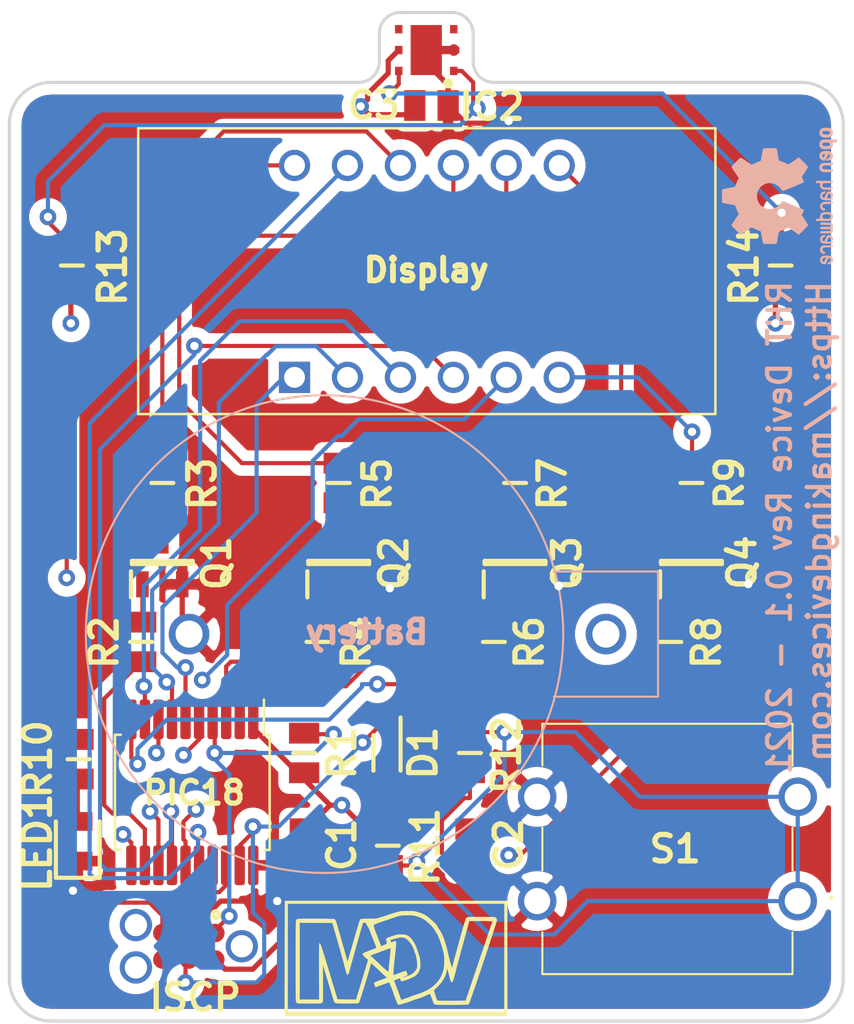
<source format=kicad_pcb>
(kicad_pcb (version 20211014) (generator pcbnew)
  (layers (0 "F.Cu" signal) (1 "In1.Cu" power) (2 "In2.Cu" power) (31 "B.Cu" signal) (34 "B.Paste" user) (35 "F.Paste" user) (36 "B.SilkS" user "B.Silkscreen") (37 "F.SilkS" user "F.Silkscreen") (38 "B.Mask" user) (39 "F.Mask" user) (44 "Edge.Cuts" user))
  (net 0 "")
  (net 1 "gnd")
  (net 2 "+3V")
  (net 3 "/B_1")
  (net 4 "Net-(IC1-Pad17)")
  (net 5 "/D_a")
  (net 6 "/D_b")
  (net 7 "/D_c")
  (net 8 "/C_1")
  (net 9 "/C_2")
  (net 10 "/C_3")
  (net 11 "/C_4")
  (net 12 "/D_dp")
  (net 13 "/D_g")
  (net 14 "/D_d")
  (net 15 "/D_e")
  (net 16 "/D_f")
  (net 17 "Net-(LED1-Pad2)")
  (net 18 "Net-(Q1-Pad3)")
  (net 19 "Net-(Q1-Pad1)")
  (net 20 "Net-(Q2-Pad3)")
  (net 21 "Net-(Q2-Pad1)")
  (net 22 "Net-(Q3-Pad3)")
  (net 23 "Net-(Q3-Pad1)")
  (net 24 "Net-(Q4-Pad3)")
  (net 25 "Net-(Q4-Pad1)")
  (net 26 "/CC_1")
  (net 27 "/CC_2")
  (net 28 "/CC_3")
  (net 29 "/CC_4")
  (net 30 "Net-(R11-Pad1)")
  (net 31 "/MCLR")
  (net 32 "Net-(J1-Pad6)")
  (net 33 "Net-(C2-Pad1)")
  (net 34 "Net-(IC2-Pad4)")
  (net 35 "Net-(IC2-Pad3)")
  (net 36 "/PGC")
  (net 37 "/I2C_DATA")
  (net 38 "/I2C_SCK")
  (footprint "Library_Loader:CAPC2012X140N" (layer "F.Cu") (at 114.93 64.843668 -90)
    (fp_text reference "C1" (at -0.043668 -1.77 90) (layer "F.SilkS") (effects (font (size 1.27 1.27) (thickness 0.254))))
    (fp_text value "100nF" hide)
    (pad "1" smd rect locked (at -0.8 0 270) (size 1.02 1.47) (layers "F.Cu" "F.Paste" "F.Mask") (net 2 "+3V"))
    (pad "2" smd rect locked (at 0.8 0 270) (size 1.02 1.47) (layers "F.Cu" "F.Paste" "F.Mask") (net 1 "gnd"))
  )
  (footprint "Library_Loader:CAPC2012X140N" (layer "F.Cu") (at 122.882 64.843668 90)
    (fp_text reference "C2" (at 0.043668 1.818 90) (layer "F.SilkS") (effects (font (size 1.27 1.27) (thickness 0.254))))
    (fp_text value "100nF" hide)
    (pad "1" smd rect locked (at -0.8 0 90) (size 1.02 1.47) (layers "F.Cu" "F.Paste" "F.Mask") (net 33 "Net-(C2-Pad1)"))
    (pad "2" smd rect locked (at 0.8 0 90) (size 1.02 1.47) (layers "F.Cu" "F.Paste" "F.Mask") (net 1 "gnd"))
  )
  (footprint "Package_SO:SSOP-20_5.3x7.2mm_P0.65mm" (layer "F.Cu") (at 109.526 62.286 -90)
    (fp_text reference "IC1" hide)
    (fp_text value "PIC18LF14K50-I_SO")
    (pad "1" smd roundrect locked (at -3.5 -2.925 270) (size 1.9 0.5) (layers "F.Cu" "F.Paste" "F.Mask") (net 2 "+3V"))
    (pad "2" smd roundrect locked (at -3.5 -2.275 270) (size 1.9 0.5) (layers "F.Cu" "F.Paste" "F.Mask") (net 10 "/C_3"))
    (pad "3" smd roundrect locked (at -3.5 -1.625 270) (size 1.9 0.5) (layers "F.Cu" "F.Paste" "F.Mask") (net 9 "/C_2"))
    (pad "4" smd roundrect locked (at -3.5 -0.975 270) (size 1.9 0.5) (layers "F.Cu" "F.Paste" "F.Mask") (net 31 "/MCLR"))
    (pad "5" smd roundrect locked (at -3.5 -0.325 270) (size 1.9 0.5) (layers "F.Cu" "F.Paste" "F.Mask") (net 16 "/D_f"))
    (pad "6" smd roundrect locked (at -3.5 0.325 270) (size 1.9 0.5) (layers "F.Cu" "F.Paste" "F.Mask") (net 15 "/D_e"))
    (pad "7" smd roundrect locked (at -3.5 0.975 270) (size 1.9 0.5) (layers "F.Cu" "F.Paste" "F.Mask") (net 14 "/D_d"))
    (pad "8" smd roundrect locked (at -3.5 1.625 270) (size 1.9 0.5) (layers "F.Cu" "F.Paste" "F.Mask") (net 13 "/D_g"))
    (pad "9" smd roundrect locked (at -3.5 2.275 270) (size 1.9 0.5) (layers "F.Cu" "F.Paste" "F.Mask") (net 12 "/D_dp"))
    (pad "10" smd roundrect locked (at -3.5 2.925 270) (size 1.9 0.5) (layers "F.Cu" "F.Paste" "F.Mask") (net 11 "/C_4"))
    (pad "11" smd roundrect locked (at 3.5 2.925 270) (size 1.9 0.5) (layers "F.Cu" "F.Paste" "F.Mask") (net 38 "/I2C_SCK"))
    (pad "12" smd roundrect locked (at 3.5 2.275 270) (size 1.9 0.5) (layers "F.Cu" "F.Paste" "F.Mask") (net 8 "/C_1"))
    (pad "13" smd roundrect locked (at 3.5 1.625 270) (size 1.9 0.5) (layers "F.Cu" "F.Paste" "F.Mask") (net 37 "/I2C_DATA"))
    (pad "14" smd roundrect locked (at 3.5 0.975 270) (size 1.9 0.5) (layers "F.Cu" "F.Paste" "F.Mask") (net 7 "/D_c"))
    (pad "15" smd roundrect locked (at 3.5 0.325 270) (size 1.9 0.5) (layers "F.Cu" "F.Paste" "F.Mask") (net 6 "/D_b"))
    (pad "16" smd roundrect locked (at 3.5 -0.325 270) (size 1.9 0.5) (layers "F.Cu" "F.Paste" "F.Mask") (net 5 "/D_a"))
    (pad "17" smd roundrect locked (at 3.5 -0.975 270) (size 1.9 0.5) (layers "F.Cu" "F.Paste" "F.Mask") (net 4 "Net-(IC1-Pad17)"))
    (pad "18" smd roundrect locked (at 3.5 -1.625 270) (size 1.9 0.5) (layers "F.Cu" "F.Paste" "F.Mask") (net 36 "/PGC"))
    (pad "19" smd roundrect locked (at 3.5 -2.275 270) (size 1.9 0.5) (layers "F.Cu" "F.Paste" "F.Mask") (net 3 "/B_1"))
    (pad "20" smd roundrect locked (at 3.5 -2.925 270) (size 1.9 0.5) (layers "F.Cu" "F.Paste" "F.Mask") (net 1 "gnd"))
  )
  (footprint "Library_Loader:LEDC2012X90N" (layer "F.Cu") (at 104.032 64.632 90)
    (fp_text reference "LED1" (at -0.068 -1.932 90) (layer "F.SilkS") (effects (font (size 1.27 1.27) (thickness 0.254))))
    (fp_text value "LTST-C171GKT" hide)
    (pad "1" smd rect locked (at -0.95 0 90) (size 0.9 1.4) (layers "F.Cu" "F.Paste" "F.Mask") (net 1 "gnd"))
    (pad "2" smd rect locked (at 0.95 0 90) (size 0.9 1.4) (layers "F.Cu" "F.Paste" "F.Mask") (net 17 "Net-(LED1-Pad2)"))
  )
  (footprint "Library_Loader:SOT96P237X111-3N" (layer "F.Cu") (at 108.088 51.264 90)
    (fp_text reference "Q1" (at -0.036 2.612 90) (layer "F.SilkS") (effects (font (size 1.27 1.27) (thickness 0.254))))
    (fp_text value "SMMBT5551LT1G" hide)
    (pad "1" smd rect locked (at -1.05 -0.955 180) (size 0.6 1.25) (layers "F.Cu" "F.Paste" "F.Mask") (net 19 "Net-(Q1-Pad1)"))
    (pad "2" smd rect locked (at -1.05 0.955 180) (size 0.6 1.25) (layers "F.Cu" "F.Paste" "F.Mask") (net 1 "gnd"))
    (pad "3" smd rect locked (at 1.05 0 180) (size 0.6 1.25) (layers "F.Cu" "F.Paste" "F.Mask") (net 18 "Net-(Q1-Pad3)"))
  )
  (footprint "Library_Loader:SOT96P237X111-3N" (layer "F.Cu") (at 116.549333 51.264 90)
    (fp_text reference "Q2" (at -0.036 2.650667 90) (layer "F.SilkS") (effects (font (size 1.27 1.27) (thickness 0.254))))
    (fp_text value "SMMBT5551LT1G" hide)
    (pad "1" smd rect locked (at -1.05 -0.955 180) (size 0.6 1.25) (layers "F.Cu" "F.Paste" "F.Mask") (net 21 "Net-(Q2-Pad1)"))
    (pad "2" smd rect locked (at -1.05 0.955 180) (size 0.6 1.25) (layers "F.Cu" "F.Paste" "F.Mask") (net 1 "gnd"))
    (pad "3" smd rect locked (at 1.05 0 180) (size 0.6 1.25) (layers "F.Cu" "F.Paste" "F.Mask") (net 20 "Net-(Q2-Pad3)"))
  )
  (footprint "Library_Loader:SOT96P237X111-3N" (layer "F.Cu") (at 125.010666 51.264 90)
    (fp_text reference "Q3" (at -0.036 2.489334 90) (layer "F.SilkS") (effects (font (size 1.27 1.27) (thickness 0.254))))
    (fp_text value "SMMBT5551LT1G" hide)
    (pad "1" smd rect locked (at -1.05 -0.955 180) (size 0.6 1.25) (layers "F.Cu" "F.Paste" "F.Mask") (net 23 "Net-(Q3-Pad1)"))
    (pad "2" smd rect locked (at -1.05 0.955 180) (size 0.6 1.25) (layers "F.Cu" "F.Paste" "F.Mask") (net 1 "gnd"))
    (pad "3" smd rect locked (at 1.05 0 180) (size 0.6 1.25) (layers "F.Cu" "F.Paste" "F.Mask") (net 22 "Net-(Q3-Pad3)"))
  )
  (footprint "Library_Loader:SOT96P237X111-3N" (layer "F.Cu") (at 133.472 51.264 90)
    (fp_text reference "Q4" (at 0 2.428 90) (layer "F.SilkS") (effects (font (size 1.27 1.27) (thickness 0.254))))
    (fp_text value "SMMBT5551LT1G" hide)
    (pad "1" smd rect locked (at -1.05 -0.955 180) (size 0.6 1.25) (layers "F.Cu" "F.Paste" "F.Mask") (net 25 "Net-(Q4-Pad1)"))
    (pad "2" smd rect locked (at -1.05 0.955 180) (size 0.6 1.25) (layers "F.Cu" "F.Paste" "F.Mask") (net 1 "gnd"))
    (pad "3" smd rect locked (at 1.05 0 180) (size 0.6 1.25) (layers "F.Cu" "F.Paste" "F.Mask") (net 24 "Net-(Q4-Pad3)"))
  )
  (footprint "Library_Loader:RESC2012X75N" (layer "F.Cu") (at 107.072 55.074 90)
    (fp_text reference "R2" (at -0.026 -1.772 90) (layer "F.SilkS") (effects (font (size 1.27 1.27) (thickness 0.254))))
    (fp_text value "4k7" hide)
    (pad "1" smd rect locked (at -0.95 0 90) (size 1 1.45) (layers "F.Cu" "F.Paste" "F.Mask") (net 8 "/C_1"))
    (pad "2" smd rect locked (at 0.95 0 90) (size 1 1.45) (layers "F.Cu" "F.Paste" "F.Mask") (net 19 "Net-(Q1-Pad1)"))
  )
  (footprint "Library_Loader:RESC2012X75N" (layer "F.Cu") (at 114.89 60.398 90)
    (fp_text reference "R1" (at -0.002 1.81 90) (layer "F.SilkS") (effects (font (size 1.27 1.27) (thickness 0.254))))
    (fp_text value "10k" hide)
    (pad "1" smd rect locked (at -0.95 0 90) (size 1 1.45) (layers "F.Cu" "F.Paste" "F.Mask") (net 2 "+3V"))
    (pad "2" smd rect locked (at 0.95 0 90) (size 1 1.45) (layers "F.Cu" "F.Paste" "F.Mask") (net 31 "/MCLR"))
  )
  (footprint "Library_Loader:RESC2012X75N" (layer "F.Cu") (at 104.066 60.699 -90)
    (fp_text reference "R10" (at 0.001 1.966 90) (layer "F.SilkS") (effects (font (size 1.27 1.27) (thickness 0.254))))
    (fp_text value "220" hide)
    (pad "1" smd rect locked (at -0.95 0 270) (size 1 1.45) (layers "F.Cu" "F.Paste" "F.Mask") (net 36 "/PGC"))
    (pad "2" smd rect locked (at 0.95 0 270) (size 1 1.45) (layers "F.Cu" "F.Paste" "F.Mask") (net 17 "Net-(LED1-Pad2)"))
  )
  (footprint "Library_Loader:RESC2012X75N" (layer "F.Cu") (at 108.088 47.454 90)
    (fp_text reference "R3" (at -0.046 1.912 90) (layer "F.SilkS") (effects (font (size 1.27 1.27) (thickness 0.254))))
    (fp_text value "100" hide)
    (pad "1" smd rect locked (at -0.95 0 90) (size 1 1.45) (layers "F.Cu" "F.Paste" "F.Mask") (net 18 "Net-(Q1-Pad3)"))
    (pad "2" smd rect locked (at 0.95 0 90) (size 1 1.45) (layers "F.Cu" "F.Paste" "F.Mask") (net 26 "/CC_1"))
  )
  (footprint "Library_Loader:RESC2012X75N" (layer "F.Cu") (at 115.533333 55.074 90)
    (fp_text reference "R4" (at -0.026 1.866667 90) (layer "F.SilkS") (effects (font (size 1.27 1.27) (thickness 0.254))))
    (fp_text value "4k7" hide)
    (pad "1" smd rect locked (at -0.95 0 90) (size 1 1.45) (layers "F.Cu" "F.Paste" "F.Mask") (net 9 "/C_2"))
    (pad "2" smd rect locked (at 0.95 0 90) (size 1 1.45) (layers "F.Cu" "F.Paste" "F.Mask") (net 21 "Net-(Q2-Pad1)"))
  )
  (footprint "Library_Loader:RESC2012X75N" (layer "F.Cu") (at 116.549333 47.454 90)
    (fp_text reference "R5" (at -0.046 1.850667 90) (layer "F.SilkS") (effects (font (size 1.27 1.27) (thickness 0.254))))
    (fp_text value "100" hide)
    (pad "1" smd rect locked (at -0.95 0 90) (size 1 1.45) (layers "F.Cu" "F.Paste" "F.Mask") (net 20 "Net-(Q2-Pad3)"))
    (pad "2" smd rect locked (at 0.95 0 90) (size 1 1.45) (layers "F.Cu" "F.Paste" "F.Mask") (net 27 "/CC_2"))
  )
  (footprint "Library_Loader:RESC2012X75N" (layer "F.Cu") (at 123.994666 55.074 90)
    (fp_text reference "R6" (at -0.026 1.705334 90) (layer "F.SilkS") (effects (font (size 1.27 1.27) (thickness 0.254))))
    (fp_text value "4k7" hide)
    (pad "1" smd rect locked (at -0.95 0 90) (size 1 1.45) (layers "F.Cu" "F.Paste" "F.Mask") (net 10 "/C_3"))
    (pad "2" smd rect locked (at 0.95 0 90) (size 1 1.45) (layers "F.Cu" "F.Paste" "F.Mask") (net 23 "Net-(Q3-Pad1)"))
  )
  (footprint "Library_Loader:RESC2012X75N" (layer "F.Cu") (at 125.010666 47.454 90)
    (fp_text reference "R7" (at -0.046 1.789334 90) (layer "F.SilkS") (effects (font (size 1.27 1.27) (thickness 0.254))))
    (fp_text value "100" hide)
    (pad "1" smd rect locked (at -0.95 0 90) (size 1 1.45) (layers "F.Cu" "F.Paste" "F.Mask") (net 22 "Net-(Q3-Pad3)"))
    (pad "2" smd rect locked (at 0.95 0 90) (size 1 1.45) (layers "F.Cu" "F.Paste" "F.Mask") (net 28 "/CC_3"))
  )
  (footprint "Library_Loader:RESC2012X75N" (layer "F.Cu") (at 132.456 55.074 90)
    (fp_text reference "R8" (at -0.026 1.744 90) (layer "F.SilkS") (effects (font (size 1.27 1.27) (thickness 0.254))))
    (fp_text value "4k7" hide)
    (pad "1" smd rect locked (at -0.95 0 90) (size 1 1.45) (layers "F.Cu" "F.Paste" "F.Mask") (net 11 "/C_4"))
    (pad "2" smd rect locked (at 0.95 0 90) (size 1 1.45) (layers "F.Cu" "F.Paste" "F.Mask") (net 25 "Net-(Q4-Pad1)"))
  )
  (footprint "Library_Loader:RESC2012X75N" (layer "F.Cu") (at 133.472 47.454 90)
    (fp_text reference "R9" (at 0 1.828 90) (layer "F.SilkS") (effects (font (size 1.27 1.27) (thickness 0.254))))
    (fp_text value "100" hide)
    (pad "1" smd rect locked (at -0.95 0 90) (size 1 1.45) (layers "F.Cu" "F.Paste" "F.Mask") (net 24 "Net-(Q4-Pad3)"))
    (pad "2" smd rect locked (at 0.95 0 90) (size 1 1.45) (layers "F.Cu" "F.Paste" "F.Mask") (net 29 "/CC_4"))
  )
  (footprint "Library_Loader:RESC2012X75N" (layer "F.Cu") (at 118.906 64.843668 90)
    (fp_text reference "R11" (at -0.056332 1.794 90) (layer "F.SilkS") (effects (font (size 1.27 1.27) (thickness 0.254))))
    (fp_text value "10k" hide)
    (pad "1" smd rect locked (at -0.95 0 90) (size 1 1.45) (layers "F.Cu" "F.Paste" "F.Mask") (net 30 "Net-(R11-Pad1)"))
    (pad "2" smd rect locked (at 0.95 0 90) (size 1 1.45) (layers "F.Cu" "F.Paste" "F.Mask") (net 2 "+3V"))
  )
  (footprint "Library_Loader:RESC2012X75N" (layer "F.Cu") (at 122.842 60.398 -90)
    (fp_text reference "R12" (at 0.102 -1.758 90) (layer "F.SilkS") (effects (font (size 1.27 1.27) (thickness 0.254))))
    (fp_text value "10k" hide)
    (pad "1" smd rect locked (at -0.95 0 270) (size 1 1.45) (layers "F.Cu" "F.Paste" "F.Mask") (net 30 "Net-(R11-Pad1)"))
    (pad "2" smd rect locked (at 0.95 0 270) (size 1 1.45) (layers "F.Cu" "F.Paste" "F.Mask") (net 33 "Net-(C2-Pad1)"))
  )
  (footprint "Library_Loader:B3F4050" (layer "F.Cu") (at 132.32 65)
    (fp_text reference "S1" (at 0.369 0) (layer "F.SilkS") (effects (font (size 1.27 1.27) (thickness 0.254))))
    (fp_text value "B3F-4050-SamacSys_Parts" hide)
    (pad "1" thru_hole circle locked (at 6.25 2.5) (size 1.85 1.85) (drill 1.25) (layers *.Cu *.Mask) (net 30 "Net-(R11-Pad1)"))
    (pad "2" thru_hole circle locked (at -6.25 2.5) (size 1.85 1.85) (drill 1.25) (layers *.Cu *.Mask) (net 1 "gnd"))
    (pad "3" thru_hole circle locked (at 6.25 -2.5) (size 1.85 1.85) (drill 1.25) (layers *.Cu *.Mask) (net 30 "Net-(R11-Pad1)"))
    (pad "4" thru_hole circle locked (at -6.25 -2.5) (size 1.85 1.85) (drill 1.25) (layers *.Cu *.Mask) (net 1 "gnd"))
  )
  (footprint "Display_7Segment:CA56-12EWA" (layer "F.Cu") (at 114.43 42.39 90)
    (fp_text reference "U1" hide)
    (fp_text value "CC56-12EWA")
    (pad "1" thru_hole rect locked (at 0 0 90) (size 1.5 1.5) (drill 1) (layers *.Cu *.Mask) (net 15 "/D_e"))
    (pad "2" thru_hole circle locked (at 0 2.54 90) (size 1.5 1.5) (drill 1) (layers *.Cu *.Mask) (net 14 "/D_d"))
    (pad "3" thru_hole circle locked (at 0 5.08 90) (size 1.5 1.5) (drill 1) (layers *.Cu *.Mask) (net 12 "/D_dp"))
    (pad "4" thru_hole circle locked (at 0 7.62 90) (size 1.5 1.5) (drill 1) (layers *.Cu *.Mask) (net 7 "/D_c"))
    (pad "5" thru_hole circle locked (at 0 10.16 90) (size 1.5 1.5) (drill 1) (layers *.Cu *.Mask) (net 13 "/D_g"))
    (pad "6" thru_hole circle locked (at 0 12.7 90) (size 1.5 1.5) (drill 1) (layers *.Cu *.Mask) (net 29 "/CC_4"))
    (pad "7" thru_hole circle locked (at 10.16 12.7 90) (size 1.5 1.5) (drill 1) (layers *.Cu *.Mask) (net 6 "/D_b"))
    (pad "8" thru_hole circle locked (at 10.16 10.16 90) (size 1.5 1.5) (drill 1) (layers *.Cu *.Mask) (net 28 "/CC_3"))
    (pad "9" thru_hole circle locked (at 10.16 7.62 90) (size 1.5 1.5) (drill 1) (layers *.Cu *.Mask) (net 27 "/CC_2"))
    (pad "10" thru_hole circle locked (at 10.16 5.08 90) (size 1.5 1.5) (drill 1) (layers *.Cu *.Mask) (net 16 "/D_f"))
    (pad "11" thru_hole circle locked (at 10.16 2.54 90) (size 1.5 1.5) (drill 1) (layers *.Cu *.Mask) (net 5 "/D_a"))
    (pad "12" thru_hole circle locked (at 10.16 0 90) (size 1.5 1.5) (drill 1) (layers *.Cu *.Mask) (net 26 "/CC_1"))
  )
  (footprint "Library_Loader:SOD2513X120N" (layer "F.Cu") (at 118.866 60.398 -90)
    (fp_text reference "D1" (at 0.002 -1.734 90) (layer "F.SilkS") (effects (font (size 1.27 1.27) (thickness 0.254))))
    (fp_text value "ZLLS410TA" hide)
    (pad "1" smd rect locked (at -1.162 0) (size 0.5 1.075) (layers "F.Cu" "F.Paste" "F.Mask") (net 3 "/B_1"))
    (pad "2" smd rect locked (at 1.162 0) (size 0.5 1.075) (layers "F.Cu" "F.Paste" "F.Mask") (net 33 "Net-(C2-Pad1)"))
  )
  (footprint "Library_Loader:TC2030-MCP-NL" (layer "F.Cu") (at 109.36 69.665 180)
    (fp_text reference "ISCP" (at -0.31 -2.465) (layer "F.SilkS") (effects (font (size 1.27 1.27) (thickness 0.254))))
    (fp_text value "TC2030-MCP-NL" hide)
    (pad "1" smd circle locked (at -1.27 0.635 270) (size 0.889 0.889) (layers "F.Cu" "F.Paste" "F.Mask") (net 31 "/MCLR"))
    (pad "2" smd circle locked (at -1.27 -0.635 270) (size 0.889 0.889) (layers "F.Cu" "F.Paste" "F.Mask") (net 2 "+3V"))
    (pad "3" smd circle locked (at 0 0.635 270) (size 0.889 0.889) (layers "F.Cu" "F.Paste" "F.Mask") (net 1 "gnd"))
    (pad "4" smd circle locked (at 0 -0.635 270) (size 0.889 0.889) (layers "F.Cu" "F.Paste" "F.Mask") (net 3 "/B_1"))
    (pad "5" smd circle locked (at 1.27 0.635 270) (size 0.889 0.889) (layers "F.Cu" "F.Paste" "F.Mask") (net 36 "/PGC"))
    (pad "6" smd circle locked (at 1.27 -0.635 270) (size 0.889 0.889) (layers "F.Cu" "F.Paste" "F.Mask") (net 32 "Net-(J1-Pad6)"))
    (pad "7" thru_hole circle locked (at -2.54 0 180) (size 1.55 1.55) (drill 1.0668) (layers *.Cu *.Mask))
    (pad "8" thru_hole circle locked (at 2.54 -1.016 180) (size 1.55 1.55) (drill 1.0668) (layers *.Cu *.Mask))
    (pad "9" thru_hole circle locked (at 2.54 1.016 180) (size 1.55 1.55) (drill 1.0668) (layers *.Cu *.Mask))
  )
  (footprint "Library_Loader:CAPC2012X140N" (layer "F.Cu") (at 121 29.36 180)
    (fp_text reference "C3" (at 2.77 0) (layer "F.SilkS") (effects (font (size 1.27 1.27) (thickness 0.254))))
    (fp_text value "100nF" hide)
    (pad "1" smd rect locked (at -0.8 0 180) (size 1.02 1.47) (layers "F.Cu" "F.Paste" "F.Mask") (net 1 "gnd"))
    (pad "2" smd rect locked (at 0.8 0 180) (size 1.02 1.47) (layers "F.Cu" "F.Paste" "F.Mask") (net 2 "+3V"))
  )
  (footprint "Library_Loader:RESC2012X75N" (layer "F.Cu") (at 103.75 37.03 -90)
    (fp_text reference "R13" (at 0.07 -1.95 90) (layer "F.SilkS") (effects (font (size 1.27 1.27) (thickness 0.254))))
    (fp_text value "10k" hide)
    (pad "1" smd rect locked (at -0.95 0 270) (size 1 1.45) (layers "F.Cu" "F.Paste" "F.Mask") (net 37 "/I2C_DATA"))
    (pad "2" smd rect locked (at 0.95 0 270) (size 1 1.45) (layers "F.Cu" "F.Paste" "F.Mask") (net 2 "+3V"))
  )
  (footprint "Library_Loader:RESC2012X75N" (layer "F.Cu") (at 137.75 37.03 90)
    (fp_text reference "R14" (at -0.07 -1.75 90) (layer "F.SilkS") (effects (font (size 1.27 1.27) (thickness 0.254))))
    (fp_text value "10k" hide)
    (pad "1" smd rect locked (at -0.95 0 90) (size 1 1.45) (layers "F.Cu" "F.Paste" "F.Mask") (net 2 "+3V"))
    (pad "2" smd rect locked (at 0.95 0 90) (size 1 1.45) (layers "F.Cu" "F.Paste" "F.Mask") (net 38 "/I2C_SCK"))
  )
  (footprint "Library_Loader:SON50P250X250X100-9N-D" (layer "F.Cu") (at 120.87 26.45 180)
    (fp_text reference "IC2" (at -3.03 -2.95) (layer "F.SilkS") (effects (font (size 1.27 1.27) (thickness 0.254))))
    (fp_text value "HTU20D" hide)
    (pad "1" smd rect locked (at -1.2 -1.25 270) (size 0.4 0.36) (layers "F.Cu" "F.Paste" "F.Mask") (net 37 "/I2C_DATA"))
    (pad "2" smd rect locked (at -1.2 -0.25 270) (size 0.4 0.36) (layers "F.Cu" "F.Paste" "F.Mask") (net 1 "gnd"))
    (pad "3" smd rect locked (at -1.2 0.75 270) (size 0.4 0.36) (layers "F.Cu" "F.Paste" "F.Mask") (net 35 "Net-(IC2-Pad3)"))
    (pad "4" smd rect locked (at 1.44 0.75 270) (size 0.4 0.36) (layers "F.Cu" "F.Paste" "F.Mask") (net 34 "Net-(IC2-Pad4)"))
    (pad "5" smd rect locked (at 1.44 -0.25 270) (size 0.4 0.36) (layers "F.Cu" "F.Paste" "F.Mask") (net 2 "+3V"))
    (pad "6" smd rect locked (at 1.44 -1.25 270) (size 0.4 0.36) (layers "F.Cu" "F.Paste" "F.Mask") (net 38 "/I2C_SCK"))
    (pad "7" smd rect locked (at 0.12 -0.25 180) (size 1.5 2.4) (layers "F.Cu" "F.Paste" "F.Mask") (net 1 "gnd"))
  )
  (footprint "MDV:logo_MDV_3" (layer "F.Cu") (at 119.29 70.23)
    (fp_text reference "G***" hide)
    (fp_text value "LOGO" hide)
  )
  (footprint "Library_Loader:CH0752032" (layer "B.Cu") (at 129.37 54.7 90)
    (fp_text reference "U2" hide)
    (fp_text value "CH075-2032" hide)
    (pad "1" thru_hole circle locked (at 0 0 90) (size 1.95 1.95) (drill 1.3) (layers *.Cu *.Mask) (net 2 "+3V"))
    (pad "2" thru_hole circle locked (at 0 -20 90) (size 1.95 1.95) (drill 1.3) (layers *.Cu *.Mask) (net 1 "gnd"))
  )
  (footprint "Symbol:OSHW-Logo2_7.3x6mm_SilkScreen" (layer "B.Cu") (at 137.7 33.7 -90)
    (fp_text reference "REF**" hide)
    (fp_text value "OSHW-Logo2_7.3x6mm_SilkScreen" hide)
  )
  (gr_line (start 100.75 71.25) (end 100.75 30.25) (layer "Edge.Cuts") (width 0.15))
  (gr_arc (start 122 24.9) (mid 122.707107 25.192893) (end 123 25.9) (layer "Edge.Cuts") (width 0.15))
  (gr_arc (start 118.5 25.9) (mid 118.792893 25.192893) (end 119.5 24.9) (layer "Edge.Cuts") (width 0.15))
  (gr_line (start 119.5 24.9) (end 122 24.9) (layer "Edge.Cuts") (width 0.15))
  (gr_line (start 123 25.9) (end 123 26.65) (layer "Edge.Cuts") (width 0.15))
  (gr_line (start 118.5 25.9) (end 118.5 26.65) (layer "Edge.Cuts") (width 0.15))
  (gr_line (start 123 27.25) (end 123 26.65) (layer "Edge.Cuts") (width 0.15))
  (gr_line (start 118.5 27.25) (end 118.5 26.65) (layer "Edge.Cuts") (width 0.15))
  (gr_line (start 140.75 30.25) (end 140.75 71.25) (layer "Edge.Cuts") (width 0.15))
  (gr_arc (start 140.75 71.25) (mid 140.164214 72.664214) (end 138.75 73.25) (layer "Edge.Cuts") (width 0.15))
  (gr_line (start 102.75 28.25) (end 117.5 28.25) (layer "Edge.Cuts") (width 0.15))
  (gr_arc (start 118.5 27.25) (mid 118.207107 27.957107) (end 117.5 28.25) (layer "Edge.Cuts") (width 0.15))
  (gr_arc (start 124 28.25) (mid 123.292893 27.957107) (end 123 27.25) (layer "Edge.Cuts") (width 0.15))
  (gr_line (start 124 28.25) (end 138.75 28.25) (layer "Edge.Cuts") (width 0.15))
  (gr_arc (start 100.75 30.25) (mid 101.335786 28.835786) (end 102.75 28.25) (layer "Edge.Cuts") (width 0.15))
  (gr_arc (start 138.75 28.25) (mid 140.164214 28.835786) (end 140.75 30.25) (layer "Edge.Cuts") (width 0.15))
  (gr_line (start 138.75 73.25) (end 102.75 73.25) (layer "Edge.Cuts") (width 0.15))
  (gr_arc (start 102.75 73.25) (mid 101.335786 72.664214) (end 100.75 71.25) (layer "Edge.Cuts") (width 0.15))
  (gr_text "Https://makingdevices.com" (at 139.6 49.3 90) (layer "B.SilkS") (effects (font (size 1.1 1.1) (thickness 0.2)) (justify mirror)))
  (gr_text "Battery" (at 117.9 54.6) (layer "B.SilkS") (effects (font (size 1.1 1.1) (thickness 0.3)) (justify mirror)))
  (gr_text "RHT Device Rev 0.1 - 2021" (at 137.7 49.6 90) (layer "B.SilkS") (effects (font (size 1.1 1.1) (thickness 0.2)) (justify mirror)))
  (gr_text "PIC18" (at 109.61 62.31) (layer "F.SilkS") (effects (font (size 1.1 1.1) (thickness 0.25))))
  (gr_text "Display" (at 120.75 37.25) (layer "F.SilkS") (effects (font (size 1.1 1.1) (thickness 0.3))))
  (segment (start 113.6 67.5) (end 114.4 66.7) (width 0.25) (layer "F.Cu") (net 1))
  (segment (start 109.043 52.314) (end 109.043 54.373) (width 0.25) (layer "F.Cu") (net 1))
  (segment (start 109.36 69.03) (end 110.89 67.5) (width 0.25) (layer "F.Cu") (net 1))
  (segment (start 119 52.5) (end 117.690333 52.5) (width 0.25) (layer "F.Cu") (net 1))
  (segment (start 112.451 65.786) (end 114.787668 65.786) (width 0.25) (layer "F.Cu") (net 1))
  (segment (start 114.5 66.7) (end 114.93 66.27) (width 0.25) (layer "F.Cu") (net 1))
  (segment (start 126.051666 52.4) (end 125.965666 52.314) (width 0.25) (layer "F.Cu") (net 1))
  (segment (start 121.8 29.36) (end 122.64583 30.20583) (width 0.25) (layer "F.Cu") (net 1))
  (segment (start 122.882 64.043668) (end 124.526332 64.043668) (width 0.25) (layer "F.Cu") (net 1))
  (segment (start 136.2 52.3) (end 134.441 52.3) (width 0.25) (layer "F.Cu") (net 1))
  (segment (start 122.07 26.7) (end 120.75 26.7) (width 0.25) (layer "F.Cu") (net 1))
  (segment (start 117.690333 52.5) (end 117.504333 52.314) (width 0.25) (layer "F.Cu") (net 1))
  (segment (start 122.64583 30.20583) (end 124.59417 30.20583) (width 0.25) (layer "F.Cu") (net 1))
  (segment (start 120.75 27.325) (end 120.75 26.7) (width 0.25) (layer "F.Cu") (net 1))
  (segment (start 120.75 27.555) (end 120.75 26.7) (width 0.25) (layer "F.Cu") (net 1))
  (segment (start 121.8 28.375) (end 120.75 27.325) (width 0.25) (layer "F.Cu") (net 1))
  (segment (start 109.043 54.373) (end 109.37 54.7) (width 0.25) (layer "F.Cu") (net 1))
  (segment (start 127.1 52.4) (end 126.051666 52.4) (width 0.25) (layer "F.Cu") (net 1))
  (segment (start 114.93 66.27) (end 114.93 65.643668) (width 0.25) (layer "F.Cu") (net 1))
  (segment (start 103.8 65.814) (end 104.032 65.582) (width 0.25) (layer "F.Cu") (net 1))
  (segment (start 124.526332 64.043668) (end 126.07 62.5) (width 0.25) (layer "F.Cu") (net 1))
  (segment (start 114.4 66.7) (end 114.5 66.7) (width 0.25) (layer "F.Cu") (net 1))
  (segment (start 114.787668 65.786) (end 114.93 65.643668) (width 0.25) (layer "F.Cu") (net 1))
  (segment (start 124.59417 30.20583) (end 124.7 30.1) (width 0.25) (layer "F.Cu") (net 1))
  (segment (start 121.8 29.36) (end 121.8 28.375) (width 0.25) (layer "F.Cu") (net 1))
  (segment (start 110.89 67.5) (end 113.6 67.5) (width 0.25) (layer "F.Cu") (net 1))
  (segment (start 134.441 52.3) (end 134.427 52.314) (width 0.25) (layer "F.Cu") (net 1))
  (segment (start 103.8 67) (end 103.8 65.814) (width 0.25) (layer "F.Cu") (net 1))
  (via (at 119 52.5) (size 0.8) (drill 0.4) (layers "F.Cu" "B.Cu") (net 1))
  (via (at 124.7 30.1) (size 0.8) (drill 0.4) (layers "F.Cu" "B.Cu") (net 1))
  (via (at 103.8 67) (size 0.8) (drill 0.4) (layers "F.Cu" "B.Cu") (net 1))
  (via (at 113.6 67.5) (size 0.8) (drill 0.4) (layers "F.Cu" "B.Cu") (net 1))
  (via (at 127.1 52.4) (size 0.8) (drill 0.4) (layers "F.Cu" "B.Cu") (net 1))
  (via (at 136.2 52.3) (size 0.8) (drill 0.4) (layers "F.Cu" "B.Cu") (net 1))
  (segment (start 117.693668 63.893668) (end 116.7 62.9) (width 0.25) (layer "F.Cu") (net 2))
  (segment (start 116.7 62.9) (end 116.134315 62.9) (width 0.25) (layer "F.Cu") (net 2))
  (segment (start 117.1 64.487336) (end 117.693668 63.893668) (width 0.25) (layer "F.Cu") (net 2))
  (segment (start 137.5 38.23) (end 137.75 37.98) (width 0.25) (layer "F.Cu") (net 2))
  (segment (start 114.990647 64.043668) (end 116.134315 62.9) (width 0.25) (layer "F.Cu") (net 2))
  (segment (start 110.63 70.3) (end 111.095001 70.765001) (width 0.25) (layer "F.Cu") (net 2))
  (segment (start 114.89 61.348) (end 114.852 61.348) (width 0.25) (layer "F.Cu") (net 2))
  (segment (start 117.999999 29.799999) (end 119.760001 29.799999) (width 0.25) (layer "F.Cu") (net 2))
  (segment (start 118.906 63.893668) (end 117.693668 63.893668) (width 0.25) (layer "F.Cu") (net 2))
  (segment (start 103.7 38.03) (end 103.75 37.98) (width 0.25) (layer "F.Cu") (net 2))
  (segment (start 118.924999 27.205001) (end 118.924999 27.811353) (width 0.25) (layer "F.Cu") (net 2))
  (segment (start 117.1 66.093002) (end 117.1 64.487336) (width 0.25) (layer "F.Cu") (net 2))
  (segment (start 117.936352 28.8) (end 117.936352 29.063648) (width 0.25) (layer "F.Cu") (net 2))
  (segment (start 112.428001 70.765001) (end 117.1 66.093002) (width 0.25) (layer "F.Cu") (net 2))
  (segment (start 119.760001 29.799999) (end 120.2 29.36) (width 0.25) (layer "F.Cu") (net 2))
  (segment (start 117.6 29.4) (end 117.999999 29.799999) (width 0.25) (layer "F.Cu") (net 2))
  (segment (start 111.095001 70.765001) (end 112.428001 70.765001) (width 0.25) (layer "F.Cu") (net 2))
  (segment (start 114.852 61.348) (end 114.717158 61.482842) (width 0.25) (layer "F.Cu") (net 2))
  (segment (start 114.717158 61.482842) (end 112.451 59.216685) (width 0.25) (layer "F.Cu") (net 2))
  (segment (start 112.451 59.216685) (end 112.451 58.786) (width 0.25) (layer "F.Cu") (net 2))
  (segment (start 116.134315 62.9) (end 114.717158 61.482842) (width 0.25) (layer "F.Cu") (net 2))
  (segment (start 114.93 64.043668) (end 114.990647 64.043668) (width 0.25) (layer "F.Cu") (net 2))
  (segment (start 117.936352 29.063648) (end 117.6 29.4) (width 0.25) (layer "F.Cu") (net 2))
  (segment (start 119.43 26.7) (end 118.924999 27.205001) (width 0.25) (layer "F.Cu") (net 2))
  (segment (start 103.7 39.8) (end 103.7 38.03) (width 0.25) (layer "F.Cu") (net 2))
  (segment (start 118.924999 27.811353) (end 117.936352 28.8) (width 0.25) (layer "F.Cu") (net 2))
  (segment (start 137.5 39.8) (end 137.5 38.23) (width 0.25) (layer "F.Cu") (net 2))
  (via (at 103.7 39.8) (size 0.8) (drill 0.4) (layers "F.Cu" "B.Cu") (net 2))
  (via (at 137.5 39.8) (size 0.8) (drill 0.4) (layers "F.Cu" "B.Cu") (net 2))
  (via (at 116.7 62.9) (size 0.8) (drill 0.4) (layers "F.Cu" "B.Cu") (net 2))
  (via (at 117.6 29.4) (size 0.8) (drill 0.4) (layers "F.Cu" "B.Cu") (net 2))
  (segment (start 118.866 59.236) (end 118.364 59.236) (width 0.2) (layer "F.Cu") (net 3))
  (segment (start 111.801 64.836) (end 112.43461 64.20239) (width 0.2) (layer "F.Cu") (net 3))
  (segment (start 112.43461 64.20239) (end 112.43461 63.926954) (width 0.2) (layer "F.Cu") (net 3))
  (segment (start 109.2 71.4) (end 109.2 70.46) (width 0.2) (layer "F.Cu") (net 3))
  (segment (start 111.801 65.786) (end 111.801 64.836) (width 0.2) (layer "F.Cu") (net 3))
  (segment (start 109.2 70.46) (end 109.36 70.3) (width 0.2) (layer "F.Cu") (net 3))
  (segment (start 118.364 59.236) (end 117.7 59.9) (width 0.2) (layer "F.Cu") (net 3))
  (via (at 117.7 59.9) (size 0.8) (drill 0.4) (layers "F.Cu" "B.Cu") (net 3))
  (via (at 112.43461 63.926954) (size 0.8) (drill 0.4) (layers "F.Cu" "B.Cu") (net 3))
  (via (at 109.2 71.4) (size 0.8) (drill 0.4) (layers "F.Cu" "B.Cu") (net 3))
  (segment (start 117.7 59.9) (end 113.673046 63.926954) (width 0.2) (layer "B.Cu") (net 3))
  (segment (start 112.975001 71.024999) (end 112.6 71.4) (width 0.2) (layer "B.Cu") (net 3))
  (segment (start 112.43461 63.926954) (end 112.43461 68.03461) (width 0.2) (layer "B.Cu") (net 3))
  (segment (start 112.6 71.4) (end 109.2 71.4) (width 0.2) (layer "B.Cu") (net 3))
  (segment (start 112.43461 68.03461) (end 112.975001 68.575001) (width 0.2) (layer "B.Cu") (net 3))
  (segment (start 113.673046 63.926954) (end 112.43461 63.926954) (width 0.2) (layer "B.Cu") (net 3))
  (segment (start 112.975001 68.575001) (end 112.975001 71.024999) (width 0.2) (layer "B.Cu") (net 3))
  (segment (start 109.8 65.735) (end 109.851 65.786) (width 0.2) (layer "F.Cu") (net 5))
  (segment (start 109.8 64.2) (end 109.8 65.735) (width 0.2) (layer "F.Cu") (net 5))
  (via (at 109.8 64.2) (size 0.8) (drill 0.4) (layers "F.Cu" "B.Cu") (net 5))
  (segment (start 108.39999 66.40001) (end 109.8 65) (width 0.2) (layer "B.Cu") (net 5))
  (segment (start 104.6 66.2) (end 104.80001 66.40001) (width 0.2) (layer "B.Cu") (net 5))
  (segment (start 104.80001 66.40001) (end 108.39999 66.40001) (width 0.2) (layer "B.Cu") (net 5))
  (segment (start 104.6 44.6) (end 104.6 66.2) (width 0.2) (layer "B.Cu") (net 5))
  (segment (start 116.97 32.23) (end 104.6 44.6) (width 0.2) (layer "B.Cu") (net 5))
  (segment (start 109.8 65) (end 109.8 64.2) (width 0.2) (layer "B.Cu") (net 5))
  (segment (start 137.1 53.465685) (end 137.1 46.4) (width 0.2) (layer "F.Cu") (net 6))
  (segment (start 109.201 65.786) (end 109.201 64.637002) (width 0.2) (layer "F.Cu") (net 6))
  (segment (start 124.7 65.3) (end 125.265685 65.3) (width 0.2) (layer "F.Cu") (net 6))
  (segment (start 130.5 39.8) (end 130.500008 39.799992) (width 0.2) (layer "F.Cu") (net 6))
  (segment (start 109.099999 64.536001) (end 109.099999 63.700001) (width 0.2) (layer "F.Cu") (net 6))
  (segment (start 130.500008 35.600008) (end 127.13 32.23) (width 0.2) (layer "F.Cu") (net 6))
  (segment (start 125.265685 65.3) (end 137.1 53.465685) (width 0.2) (layer "F.Cu") (net 6))
  (segment (start 109.201 64.637002) (end 109.099999 64.536001) (width 0.2) (layer "F.Cu") (net 6))
  (segment (start 130.500008 39.799992) (end 130.500008 35.600008) (width 0.2) (layer "F.Cu") (net 6))
  (segment (start 109.099999 63.700001) (end 109.7 63.1) (width 0.2) (layer "F.Cu") (net 6))
  (segment (start 137.1 46.4) (end 130.5 39.8) (width 0.2) (layer "F.Cu") (net 6))
  (via (at 109.7 63.1) (size 0.8) (drill 0.4) (layers "F.Cu" "B.Cu") (net 6))
  (via (at 124.7 65.3) (size 0.8) (drill 0.4) (layers "F.Cu" "B.Cu") (net 6))
  (segment (start 122.05 42.39) (end 120.543665 40.883665) (width 0.2) (layer "F.Cu") (net 7))
  (segment (start 108.551 63.451) (end 108.551 65.786) (width 0.2) (layer "F.Cu") (net 7))
  (segment (start 108.5 63.2) (end 108.5 63.4) (width 0.2) (layer "F.Cu") (net 7))
  (segment (start 108.5 63.4) (end 108.551 63.451) (width 0.2) (layer "F.Cu") (net 7))
  (segment (start 120.543665 40.883665) (end 109.626385 40.883665) (width 0.2) (layer "F.Cu") (net 7))
  (via (at 109.626385 40.883665) (size 0.8) (drill 0.4) (layers "F.Cu" "B.Cu") (net 7))
  (via (at 108.5 63.2) (size 0.8) (drill 0.4) (layers "F.Cu" "B.Cu") (net 7))
  (segment (start 105.1 65.7) (end 105.4 66) (width 0.2) (layer "B.Cu") (net 7))
  (segment (start 108.5 64.6) (end 108.5 63.2) (width 0.2) (layer "B.Cu") (net 7))
  (segment (start 107.1 66) (end 108.5 64.6) (width 0.2) (layer "B.Cu") (net 7))
  (segment (start 105.1 45.834301) (end 105.1 65.4) (width 0.2) (layer "B.Cu") (net 7))
  (segment (start 105.1 65.4) (end 105.1 65.7) (width 0.2) (layer "B.Cu") (net 7))
  (segment (start 105.4 66) (end 107.1 66) (width 0.2) (layer "B.Cu") (net 7))
  (segment (start 109.626385 41.307916) (end 105.1 45.834301) (width 0.2) (layer "B.Cu") (net 7))
  (segment (start 109.626385 40.883665) (end 109.626385 41.307916) (width 0.2) (layer "B.Cu") (net 7))
  (segment (start 107.251 64.051) (end 106.5 63.3) (width 0.2) (layer "F.Cu") (net 8))
  (segment (start 107.251 65.786) (end 107.251 64.051) (width 0.2) (layer "F.Cu") (net 8))
  (segment (start 105.3 62.9) (end 105.3 57.796) (width 0.2) (layer "F.Cu") (net 8))
  (segment (start 105.3 57.796) (end 107.072 56.024) (width 0.2) (layer "F.Cu") (net 8))
  (segment (start 106.5 63.3) (end 105.7 63.3) (width 0.2) (layer "F.Cu") (net 8))
  (segment (start 105.7 63.3) (end 105.3 62.9) (width 0.2) (layer "F.Cu") (net 8))
  (segment (start 111.376 56.024) (end 111.151 56.249) (width 0.2) (layer "F.Cu") (net 9))
  (segment (start 115.533333 56.024) (end 111.376 56.024) (width 0.2) (layer "F.Cu") (net 9))
  (segment (start 111.151 56.249) (end 111.151 58.786) (width 0.2) (layer "F.Cu") (net 9))
  (segment (start 111.801 57.836) (end 111.801 58.786) (width 0.2) (layer "F.Cu") (net 10))
  (segment (start 123.994666 56.024) (end 118.076 56.024) (width 0.2) (layer "F.Cu") (net 10))
  (segment (start 112.437 57.2) (end 111.801 57.836) (width 0.2) (layer "F.Cu") (net 10))
  (segment (start 118.076 56.024) (end 116.9 57.2) (width 0.2) (layer "F.Cu") (net 10))
  (segment (start 116.9 57.2) (end 112.437 57.2) (width 0.2) (layer "F.Cu") (net 10))
  (segment (start 106.601 60.629547) (end 106.601 58.786) (width 0.2) (layer "F.Cu") (net 11))
  (segment (start 132.456 56.024) (end 131.38 57.1) (width 0.2) (layer "F.Cu") (net 11))
  (segment (start 131.38 57.1) (end 118.4 57.1) (width 0.2) (layer "F.Cu") (net 11))
  (segment (start 106.9 60.928547) (end 106.601 60.629547) (width 0.2) (layer "F.Cu") (net 11))
  (via (at 118.4 57.1) (size 0.8) (drill 0.4) (layers "F.Cu" "B.Cu") (net 11))
  (via (at 106.9 60.928547) (size 0.8) (drill 0.4) (layers "F.Cu" "B.Cu") (net 11))
  (segment (start 108.3 58.8) (end 106.9 60.2) (width 0.2) (layer "B.Cu") (net 11))
  (segment (start 116.1 58.8) (end 108.7 58.8) (width 0.2) (layer "B.Cu") (net 11))
  (segment (start 117.663998 57.1) (end 117.663998 57.236002) (width 0.2) (layer "B.Cu") (net 11))
  (segment (start 117.663998 57.236002) (end 116.1 58.8) (width 0.2) (layer "B.Cu") (net 11))
  (segment (start 106.9 60.2) (end 106.9 60.928547) (width 0.2) (layer "B.Cu") (net 11))
  (segment (start 118.4 57.1) (end 117.663998 57.1) (width 0.2) (layer "B.Cu") (net 11))
  (segment (start 108.7 58.8) (end 108.3 58.8) (width 0.2) (layer "B.Cu") (net 11))
  (segment (start 107.251 58.786) (end 107.251 57.251) (width 0.2) (layer "F.Cu") (net 12))
  (segment (start 107.251 57.251) (end 107.2 57.2) (width 0.2) (layer "F.Cu") (net 12))
  (via (at 107.2 57.2) (size 0.8) (drill 0.4) (layers "F.Cu" "B.Cu") (net 12))
  (segment (start 109.9 41.6) (end 111.8 39.7) (width 0.2) (layer "B.Cu") (net 12))
  (segment (start 107.2 57.2) (end 107.2 52.4) (width 0.2) (layer "B.Cu") (net 12))
  (segment (start 107.2 52.4) (end 109.9 49.7) (width 0.2) (layer "B.Cu") (net 12))
  (segment (start 116.82 39.7) (end 119.51 42.39) (width 0.2) (layer "B.Cu") (net 12))
  (segment (start 109.9 49.7) (end 109.9 41.6) (width 0.2) (layer "B.Cu") (net 12))
  (segment (start 111.8 39.7) (end 116.82 39.7) (width 0.2) (layer "B.Cu") (net 12))
  (segment (start 107.8 60.4) (end 107.901 60.299) (width 0.2) (layer "F.Cu") (net 13))
  (segment (start 107.901 60.299) (end 107.901 58.786) (width 0.2) (layer "F.Cu") (net 13))
  (via (at 107.8 60.4) (size 0.8) (drill 0.4) (layers "F.Cu" "B.Cu") (net 13))
  (via (at 110 56.9) (size 0.8) (drill 0.4) (layers "F.Cu" "B.Cu") (net 13))
  (segment (start 116.5 45.2) (end 115.3 46.4) (width 0.2) (layer "B.Cu") (net 13))
  (segment (start 117.5 44.4) (end 116.7 45.2) (width 0.2) (layer "B.Cu") (net 13))
  (segment (start 122.58 44.4) (end 117.5 44.4) (width 0.2) (layer "B.Cu") (net 13))
  (segment (start 111.2 55.7) (end 110 56.9) (width 0.2) (layer "B.Cu") (net 13))
  (segment (start 111.2 53.6) (end 111.2 55.7) (width 0.2) (layer "B.Cu") (net 13))
  (segment (start 124.59 42.39) (end 122.58 44.4) (width 0.2) (layer "B.Cu") (net 13))
  (segment (start 116.7 45.2) (end 116.5 45.2) (width 0.2) (layer "B.Cu") (net 13))
  (segment (start 115.3 46.4) (end 115.3 49.2) (width 0.2) (layer "B.Cu") (net 13))
  (segment (start 111.2 53.3) (end 111.2 53.6) (width 0.2) (layer "B.Cu") (net 13))
  (segment (start 115.3 49.2) (end 111.2 53.3) (width 0.2) (layer "B.Cu") (net 13))
  (segment (start 108.3 57) (end 108.551 57.251) (width 0.2) (layer "F.Cu") (net 14))
  (segment (start 108.551 57.251) (end 108.551 58.786) (width 0.2) (layer "F.Cu") (net 14))
  (via (at 108.3 57) (size 0.8) (drill 0.4) (layers "F.Cu" "B.Cu") (net 14))
  (segment (start 107.6 56.3) (end 108.3 57) (width 0.2) (layer "B.Cu") (net 14))
  (segment (start 113.1 41.3) (end 110.8 43.6) (width 0.2) (layer "B.Cu") (net 14))
  (segment (start 113.534301 40.9) (end 113.134301 41.3) (width 0.2) (layer "B.Cu") (net 14))
  (segment (start 107.6 52.6) (end 107.6 56.3) (width 0.2) (layer "B.Cu") (net 14))
  (segment (start 110.8 49.4) (end 107.6 52.6) (width 0.2) (layer "B.Cu") (net 14))
  (segment (start 110.8 43.6) (end 110.8 49.4) (width 0.2) (layer "B.Cu") (net 14))
  (segment (start 113.134301 41.3) (end 113.1 41.3) (width 0.2) (layer "B.Cu") (net 14))
  (segment (start 116.97 42.39) (end 115.48 40.9) (width 0.2) (layer "B.Cu") (net 14))
  (segment (start 115.48 40.9) (end 113.534301 40.9) (width 0.2) (layer "B.Cu") (net 14))
  (segment (start 109.2 56.3) (end 109.2 58.785) (width 0.2) (layer "F.Cu") (net 15))
  (segment (start 109.2 58.785) (end 109.201 58.786) (width 0.2) (layer "F.Cu") (net 15))
  (via (at 109.2 56.3) (size 0.8) (drill 0.4) (layers "F.Cu" "B.Cu") (net 15))
  (segment (start 108.8 56.3) (end 109.2 56.3) (width 0.2) (layer "B.Cu") (net 15))
  (segment (start 113.91 42.39) (end 112.61 43.69) (width 0.2) (layer "B.Cu") (net 15))
  (segment (start 112.61 43.69) (end 112.61 48.89) (width 0.2) (layer "B.Cu") (net 15))
  (segment (start 108.094999 53.405001) (end 108.094999 55.594999) (width 0.2) (layer "B.Cu") (net 15))
  (segment (start 112.61 48.89) (end 108.094999 53.405001) (width 0.2) (layer "B.Cu") (net 15))
  (segment (start 108.094999 55.594999) (end 108.8 56.3) (width 0.2) (layer "B.Cu") (net 15))
  (segment (start 114.43 42.39) (end 113.91 42.39) (width 0.2) (layer "B.Cu") (net 15))
  (segment (start 111.034302 30.6) (end 117.88 30.6) (width 0.2) (layer "F.Cu") (net 16))
  (segment (start 109.851 58.786) (end 109.851 59.749) (width 0.2) (layer "F.Cu") (net 16))
  (segment (start 103.5 43.7) (end 106.8 40.4) (width 0.2) (layer "F.Cu") (net 16))
  (segment (start 106.8 40.4) (end 106.8 34.834302) (width 0.2) (layer "F.Cu") (net 16))
  (segment (start 117.88 30.6) (end 119.51 32.23) (width 0.2) (layer "F.Cu") (net 16))
  (segment (start 106.8 34.834302) (end 111.034302 30.6) (width 0.2) (layer "F.Cu") (net 16))
  (segment (start 109.851 59.749) (end 109.1 60.5) (width 0.2) (layer "F.Cu") (net 16))
  (segment (start 103.5 52) (end 103.5 43.7) (width 0.2) (layer "F.Cu") (net 16))
  (via (at 103.5 52) (size 0.8) (drill 0.4) (layers "F.Cu" "B.Cu") (net 16))
  (via (at 109.1 60.5) (size 0.8) (drill 0.4) (layers "F.Cu" "B.Cu") (net 16))
  (segment (start 104.032 63.682) (end 104.032 61.683) (width 0.2) (layer "F.Cu") (net 17))
  (segment (start 104.032 61.683) (end 104.066 61.649) (width 0.2) (layer "F.Cu") (net 17))
  (segment (start 108.088 50.214) (end 108.088 48.404) (width 0.2) (layer "F.Cu") (net 18))
  (segment (start 107.133 52.314) (end 107.133 54.063) (width 0.2) (layer "F.Cu") (net 19))
  (segment (start 107.133 54.063) (end 107.072 54.124) (width 0.2) (layer "F.Cu") (net 19))
  (segment (start 116.549333 50.214) (end 116.549333 48.404) (width 0.2) (layer "F.Cu") (net 20))
  (segment (start 115.594333 54.063) (end 115.533333 54.124) (width 0.2) (layer "F.Cu") (net 21))
  (segment (start 115.594333 52.314) (end 115.594333 54.063) (width 0.2) (layer "F.Cu") (net 21))
  (segment (start 125.010666 50.214) (end 125.010666 48.404) (width 0.2) (layer "F.Cu") (net 22))
  (segment (start 124.055666 54.063) (end 123.994666 54.124) (width 0.2) (layer "F.Cu") (net 23))
  (segment (start 124.055666 52.314) (end 124.055666 54.063) (width 0.2) (layer "F.Cu") (net 23))
  (segment (start 133.472 50.214) (end 133.472 48.404) (width 0.2) (layer "F.Cu") (net 24))
  (segment (start 132.517 54.063) (end 132.456 54.124) (width 0.2) (layer "F.Cu") (net 25))
  (segment (start 132.517 52.314) (end 132.517 54.063) (width 0.2) (layer "F.Cu") (net 25))
  (segment (start 108.088 34.112) (end 109.97 32.23) (width 0.2) (layer "F.Cu") (net 26))
  (segment (start 109.97 32.23) (end 114.43 32.23) (width 0.2) (layer "F.Cu") (net 26))
  (segment (start 108.088 46.504) (end 108.088 34.112) (width 0.2) (layer "F.Cu") (net 26))
  (segment (start 108.9 37.5) (end 108.9 43.5) (width 0.2) (layer "F.Cu") (net 27))
  (segment (start 108.9 43.5) (end 111.904 46.504) (width 0.2) (layer "F.Cu") (net 27))
  (segment (start 122.05 34.65) (end 121.1 35.6) (width 0.2) (layer "F.Cu") (net 27))
  (segment (start 111.904 46.504) (end 116.549333 46.504) (width 0.2) (layer "F.Cu") (net 27))
  (segment (start 121.1 35.6) (end 110.8 35.6) (width 0.2) (layer "F.Cu") (net 27))
  (segment (start 110.8 35.6) (end 108.9 37.5) (width 0.2) (layer "F.Cu") (net 27))
  (segment (start 122.05 32.23) (end 122.05 34.65) (width 0.2) (layer "F.Cu") (net 27))
  (segment (start 125.010666 46.504) (end 127.896 46.504) (width 0.2) (layer "F.Cu") (net 28))
  (segment (start 124.59 34.29) (end 124.59 32.23) (width 0.2) (layer "F.Cu") (net 28))
  (segment (start 125.8 35.5) (end 124.59 34.29) (width 0.2) (layer "F.Cu") (net 28))
  (segment (start 130.1 37.1) (end 128.5 35.5) (width 0.2) (layer "F.Cu") (net 28))
  (segment (start 128.5 35.5) (end 125.8 35.5) (width 0.2) (layer "F.Cu") (net 28))
  (segment (start 130.1 44.3) (end 130.1 37.1) (width 0.2) (layer "F.Cu") (net 28))
  (segment (start 127.896 46.504) (end 130.1 44.3) (width 0.2) (layer "F.Cu") (net 28))
  (segment (start 133.5 46.476) (end 133.472 46.504) (width 0.2) (layer "F.Cu") (net 29))
  (segment (start 133.5 45) (end 133.5 46.476) (width 0.2) (layer "F.Cu") (net 29))
  (via (at 133.5 45) (size 0.8) (drill 0.4) (layers "F.Cu" "B.Cu") (net 29))
  (segment (start 130.89 42.39) (end 133.5 45) (width 0.2) (layer "B.Cu") (net 29))
  (segment (start 127.13 42.39) (end 130.89 42.39) (width 0.2) (layer "B.Cu") (net 29))
  (segment (start 122.89 59.4) (end 122.842 59.448) (width 0.2) (layer "F.Cu") (net 30))
  (segment (start 118.906 65.793668) (end 120.106332 65.793668) (width 0.2) (layer "F.Cu") (net 30))
  (segment (start 120.106332 65.793668) (end 120.3 65.6) (width 0.2) (layer "F.Cu") (net 30))
  (segment (start 124.5 59.4) (end 122.89 59.4) (width 0.2) (layer "F.Cu") (net 30))
  (via (at 120.3 65.6) (size 0.8) (drill 0.4) (layers "F.Cu" "B.Cu") (net 30))
  (via (at 124.5 59.4) (size 0.8) (drill 0.4) (layers "F.Cu" "B.Cu") (net 30))
  (segment (start 128.5 67.5) (end 126.9 69.1) (width 0.2) (layer "B.Cu") (net 30))
  (segment (start 123.8 69.1) (end 120.3 65.6) (width 0.2) (layer "B.Cu") (net 30))
  (segment (start 124.5 61.4) (end 124.5 59.4) (width 0.2) (layer "B.Cu") (net 30))
  (segment (start 138.57 67.5) (end 128.5 67.5) (width 0.2) (layer "B.Cu") (net 30))
  (segment (start 126.9 69.1) (end 123.8 69.1) (width 0.2) (layer "B.Cu") (net 30))
  (segment (start 120.3 65.6) (end 124.5 61.4) (width 0.2) (layer "B.Cu") (net 30))
  (segment (start 138.57 62.5) (end 131 62.5) (width 0.2) (layer "B.Cu") (net 30))
  (segment (start 127.9 59.4) (end 124.5 59.4) (width 0.2) (layer "B.Cu") (net 30))
  (segment (start 138.57 67.5) (end 138.57 62.5) (width 0.2) (layer "B.Cu") (net 30))
  (segment (start 131 62.5) (end 127.9 59.4) (width 0.2) (layer "B.Cu") (net 30))
  (segment (start 110.6 58.885) (end 110.501 58.786) (width 0.2) (layer "F.Cu") (net 31))
  (segment (start 110.6 60.4) (end 110.6 58.885) (width 0.2) (layer "F.Cu") (net 31))
  (segment (start 110.63 68.895) (end 111.3 68.225) (width 0.2) (layer "F.Cu") (net 31))
  (segment (start 114.942 59.5) (end 114.89 59.448) (width 0.2) (layer "F.Cu") (net 31))
  (segment (start 116.3 59.5) (end 114.942 59.5) (width 0.2) (layer "F.Cu") (net 31))
  (segment (start 110.63 69.03) (end 110.63 68.895) (width 0.2) (layer "F.Cu") (net 31))
  (via (at 110.6 60.4) (size 0.8) (drill 0.4) (layers "F.Cu" "B.Cu") (net 31))
  (via (at 111.3 68.225) (size 0.8) (drill 0.4) (layers "F.Cu" "B.Cu") (net 31))
  (via (at 116.3 59.5) (size 0.8) (drill 0.4) (layers "F.Cu" "B.Cu") (net 31))
  (segment (start 110.6 60.4) (end 115.4 60.4) (width 0.2) (layer "B.Cu") (net 31))
  (segment (start 111.3 68.225) (end 111.3 61.4) (width 0.2) (layer "B.Cu") (net 31))
  (segment (start 111.3 61.4) (end 110.6 60.7) (width 0.2) (layer "B.Cu") (net 31))
  (segment (start 115.4 60.4) (end 116.3 59.5) (width 0.2) (layer "B.Cu") (net 31))
  (segment (start 110.6 60.7) (end 110.6 60.4) (width 0.2) (layer "B.Cu") (net 31))
  (segment (start 121.5 63.640666) (end 121.5 65.196668) (width 0.2) (layer "F.Cu") (net 33))
  (segment (start 122.842 62.558) (end 122.582666 62.558) (width 0.2) (layer "F.Cu") (net 33))
  (segment (start 118.866 61.56) (end 122.63 61.56) (width 0.2) (layer "F.Cu") (net 33))
  (segment (start 122.63 61.56) (end 122.842 61.348) (width 0.2) (layer "F.Cu") (net 33))
  (segment (start 122.842 61.348) (end 122.842 62.558) (width 0.2) (layer "F.Cu") (net 33))
  (segment (start 122.582666 62.558) (end 121.5 63.640666) (width 0.2) (layer "F.Cu") (net 33))
  (segment (start 121.5 65.196668) (end 121.947 65.643668) (width 0.2) (layer "F.Cu") (net 33))
  (segment (start 121.947 65.643668) (end 122.882 65.643668) (width 0.2) (layer "F.Cu") (net 33))
  (segment (start 102.7 61.2) (end 102.7 66.936002) (width 0.2) (layer "F.Cu") (net 36))
  (segment (start 111.151 65.786) (end 111.151 66.736) (width 0.2) (layer "F.Cu") (net 36))
  (segment (start 105.299999 67.700001) (end 105.426001 67.573999) (width 0.2) (layer "F.Cu") (net 36))
  (segment (start 110.04501 67.07499) (end 108.09 69.03) (width 0.2) (layer "F.Cu") (net 36))
  (segment (start 103.463999 67.700001) (end 105.299999 67.700001) (width 0.2) (layer "F.Cu") (net 36))
  (segment (start 107.473999 67.573999) (end 108.09 68.19) (width 0.2) (layer "F.Cu") (net 36))
  (segment (start 105.426001 67.573999) (end 107.473999 67.573999) (width 0.2) (layer "F.Cu") (net 36))
  (segment (start 111.151 66.736) (end 110.81201 67.07499) (width 0.2) (layer "F.Cu") (net 36))
  (segment (start 104.066 59.834) (end 102.7 61.2) (width 0.2) (layer "F.Cu") (net 36))
  (segment (start 110.81201 67.07499) (end 110.04501 67.07499) (width 0.2) (layer "F.Cu") (net 36))
  (segment (start 104.066 59.749) (end 104.066 59.834) (width 0.2) (layer "F.Cu") (net 36))
  (segment (start 102.7 66.936002) (end 103.463999 67.700001) (width 0.2) (layer "F.Cu") (net 36))
  (segment (start 108.09 68.19) (end 108.09 69.03) (width 0.2) (layer "F.Cu") (net 36))
  (segment (start 102.6 34.7) (end 102.6 34.93) (width 0.2) (layer "F.Cu") (net 37))
  (segment (start 123 29.280829) (end 123.2 29.480829) (width 0.2) (layer "F.Cu") (net 37))
  (segment (start 123 28.25) (end 123 29.280829) (width 0.2) (layer "F.Cu") (net 37))
  (segment (start 122.07 27.7) (end 122.45 27.7) (width 0.2) (layer "F.Cu") (net 37))
  (segment (start 102.6 34.93) (end 103.75 36.08) (width 0.2) (layer "F.Cu") (net 37))
  (segment (start 107.901 65.786) (end 107.901 63.601) (width 0.2) (layer "F.Cu") (net 37))
  (segment (start 107.901 63.601) (end 107.5 63.2) (width 0.2) (layer "F.Cu") (net 37))
  (segment (start 122.45 27.7) (end 123 28.25) (width 0.2) (layer "F.Cu") (net 37))
  (via (at 107.5 63.2) (size 0.8) (drill 0.4) (layers "F.Cu" "B.Cu") (net 37))
  (via (at 102.6 34.7) (size 0.8) (drill 0.4) (layers "F.Cu" "B.Cu") (net 37))
  (via (at 123.2 29.480829) (size 0.8) (drill 0.4) (layers "F.Cu" "B.Cu") (net 37))
  (segment (start 102.6 33) (end 102.6 34.7) (width 0.2) (layer "B.Cu") (net 37))
  (segment (start 105.3 30.3) (end 102.6 33) (width 0.2) (layer "B.Cu") (net 37))
  (segment (start 122.380829 30.3) (end 105.3 30.3) (width 0.2) (layer "B.Cu") (net 37))
  (segment (start 123.2 29.480829) (end 122.380829 30.3) (width 0.2) (layer "B.Cu") (net 37))
  (segment (start 137.8 36.03) (end 137.75 36.08) (width 0.2) (layer "F.Cu") (net 38))
  (segment (start 106.601 65.786) (end 106.601 64.701) (width 0.2) (layer "F.Cu") (net 38))
  (segment (start 137.8 34.5) (end 137.8 36.03) (width 0.2) (layer "F.Cu") (net 38))
  (segment (start 119.43 28.331658) (end 118.980829 28.780829) (width 0.2) (layer "F.Cu") (net 38))
  (segment (start 106.601 64.701) (end 106.2 64.3) (width 0.2) (layer "F.Cu") (net 38))
  (segment (start 119.43 27.7) (end 119.43 28.331658) (width 0.2) (layer "F.Cu") (net 38))
  (via (at 137.8 34.5) (size 0.8) (drill 0.4) (layers "F.Cu" "B.Cu") (net 38))
  (via (at 118.980829 28.780829) (size 0.8) (drill 0.4) (layers "F.Cu" "B.Cu") (net 38))
  (via (at 106.2 64.3) (size 0.8) (drill 0.4) (layers "F.Cu" "B.Cu") (net 38))
  (segment (start 118.980829 28.780829) (end 132.080829 28.780829) (width 0.2) (layer "B.Cu") (net 38))
  (segment (start 132.080829 28.780829) (end 137.8 34.5) (width 0.2) (layer "B.Cu") (net 38))
  (zone (net 1) (net_name "gnd") (layer "F.Cu") (connect_pads (clearance 0.508)) (min_thickness 0.254) (fill yes (thermal_gap 0.508) (thermal_bridge_width 0.508))
    (polygon (pts (xy 140.9 73.4) (xy 100.3 73.4) (xy 100.4 24.3) (xy 141 24.3)))
  )
  (zone (net 1) (net_name "gnd") (layer "B.Cu") (connect_pads (clearance 0.508)) (min_thickness 0.254) (fill yes (thermal_gap 0.508) (thermal_bridge_width 0.508))
    (polygon (pts (xy 140.9 73.4) (xy 100.3 73.4) (xy 100.4 24.3) (xy 141 24.3)))
  )
)
</source>
